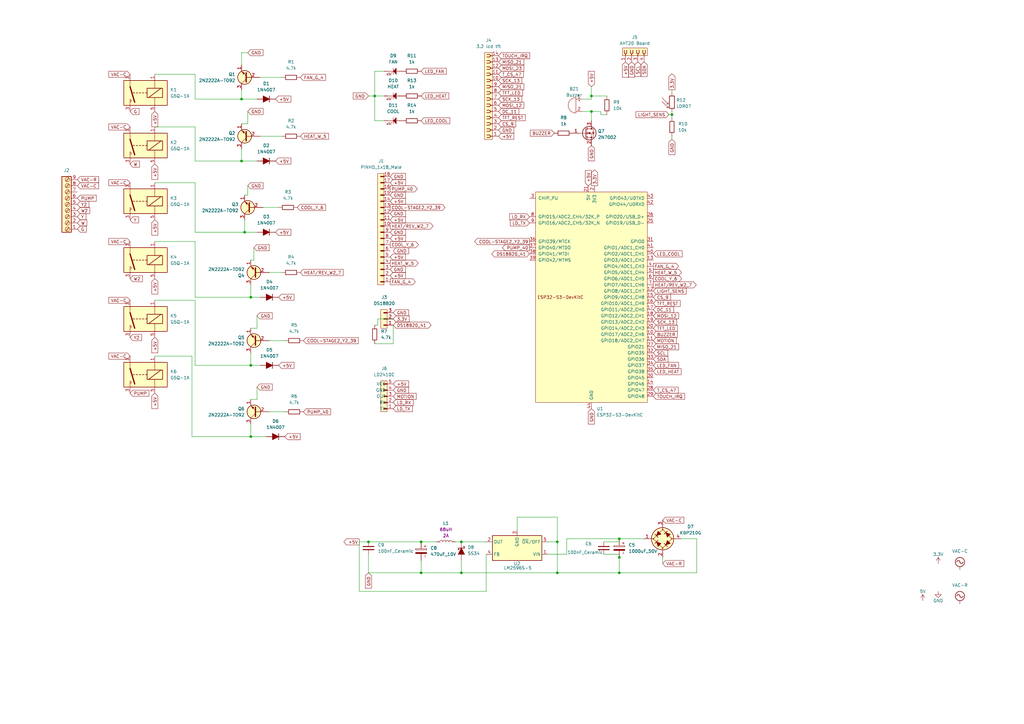
<source format=kicad_sch>
(kicad_sch (version 20250114) (generator "eeschema") (generator_version "9.0")
  (paper "A3")
  (junction (at 242.57 39.37))
  (junction (at 228.6 234.95))
  (junction (at 275.59 46.99))
  (junction (at 189.23 222.25))
  (junction (at 254 220.98))
  (junction (at 99.06 66.04))
  (junction (at 254 234.95))
  (junction (at 189.23 234.95))
  (junction (at 228.6 222.25))
  (junction (at 172.72 222.25))
  (junction (at 153.67 39.37))
  (junction (at 172.72 234.95))
  (junction (at 254 228.6))
  (junction (at 102.87 121.92))
  (junction (at 242.57 45.72))
  (junction (at 102.87 179.07))
  (junction (at 151.13 222.25))
  (junction (at 100.33 95.25))
  (junction (at 102.87 149.86))
  (junction (at 99.06 40.64))
  (wire (pts (xy 80.01 74.93) (xy 80.01 95.25)))
  (wire (pts (xy 232.41 220.98) (xy 232.41 227.33)))
  (wire (pts (xy 107.95 85.09) (xy 114.3 85.09)))
  (wire (pts (xy 78.74 146.05) (xy 78.74 179.07)))
  (wire (pts (xy 247.65 227.33) (xy 254 227.33)))
  (wire (pts (xy 275.59 46.99) (xy 275.59 48.26)))
  (wire (pts (xy 147.32 222.25) (xy 151.13 222.25)))
  (wire (pts (xy 212.09 212.09) (xy 212.09 217.17)))
  (wire (pts (xy 102.87 121.92) (xy 102.87 116.84)))
  (wire (pts (xy 63.5 99.06) (xy 80.01 99.06)))
  (wire (pts (xy 271.78 228.6) (xy 271.78 231.14)))
  (wire (pts (xy 80.01 30.48) (xy 80.01 40.64)))
  (wire (pts (xy 254 234.95) (xy 228.6 234.95)))
  (wire (pts (xy 285.75 220.98) (xy 285.75 234.95)))
  (wire (pts (xy 99.06 21.59) (xy 99.06 26.67)))
  (wire (pts (xy 285.75 234.95) (xy 254 234.95)))
  (wire (pts (xy 102.87 173.99) (xy 102.87 179.07)))
  (wire (pts (xy 189.23 234.95) (xy 189.23 229.87)))
  (wire (pts (xy 151.13 234.95) (xy 151.13 227.33)))
  (wire (pts (xy 172.72 222.25) (xy 179.07 222.25)))
  (wire (pts (xy 242.57 40.64) (xy 238.76 40.64)))
  (wire (pts (xy 275.59 36.83) (xy 275.59 38.1)))
  (wire (pts (xy 105.41 129.54) (xy 105.41 134.62)))
  (wire (pts (xy 157.48 29.21) (xy 153.67 29.21)))
  (wire (pts (xy 242.57 39.37) (xy 242.57 40.64)))
  (wire (pts (xy 63.5 30.48) (xy 80.01 30.48)))
  (wire (pts (xy 63.5 52.07) (xy 80.01 52.07)))
  (wire (pts (xy 238.76 45.72) (xy 242.57 45.72)))
  (wire (pts (xy 106.68 55.88) (xy 115.57 55.88)))
  (wire (pts (xy 157.48 49.53) (xy 153.67 49.53)))
  (wire (pts (xy 63.5 146.05) (xy 78.74 146.05)))
  (wire (pts (xy 242.57 45.72) (xy 246.38 45.72)))
  (wire (pts (xy 172.72 234.95) (xy 172.72 229.87)))
  (wire (pts (xy 232.41 220.98) (xy 254 220.98)))
  (wire (pts (xy 275.59 45.72) (xy 275.59 46.99)))
  (wire (pts (xy 80.01 40.64) (xy 99.06 40.64)))
  (wire (pts (xy 224.79 227.33) (xy 232.41 227.33)))
  (wire (pts (xy 105.41 40.64) (xy 99.06 40.64)))
  (wire (pts (xy 80.01 149.86) (xy 102.87 149.86)))
  (wire (pts (xy 101.6 80.01) (xy 100.33 80.01)))
  (wire (pts (xy 199.39 242.57) (xy 147.32 242.57)))
  (wire (pts (xy 242.57 45.72) (xy 242.57 49.53)))
  (wire (pts (xy 105.41 134.62) (xy 102.87 134.62)))
  (wire (pts (xy 110.49 139.7) (xy 116.84 139.7)))
  (wire (pts (xy 172.72 234.95) (xy 151.13 234.95)))
  (wire (pts (xy 228.6 222.25) (xy 228.6 212.09)))
  (wire (pts (xy 228.6 234.95) (xy 228.6 222.25)))
  (wire (pts (xy 99.06 40.64) (xy 99.06 36.83)))
  (wire (pts (xy 99.06 66.04) (xy 99.06 60.96)))
  (wire (pts (xy 274.32 46.99) (xy 275.59 46.99)))
  (wire (pts (xy 110.49 111.76) (xy 115.57 111.76)))
  (wire (pts (xy 105.41 95.25) (xy 100.33 95.25)))
  (wire (pts (xy 279.4 220.98) (xy 285.75 220.98)))
  (wire (pts (xy 101.6 76.2) (xy 101.6 80.01)))
  (wire (pts (xy 102.87 163.83) (xy 105.41 163.83)))
  (wire (pts (xy 154.94 133.35) (xy 154.94 130.81)))
  (wire (pts (xy 110.49 168.91) (xy 116.84 168.91)))
  (wire (pts (xy 106.68 31.75) (xy 115.57 31.75)))
  (wire (pts (xy 254 220.98) (xy 264.16 220.98)))
  (wire (pts (xy 153.67 39.37) (xy 157.48 39.37)))
  (wire (pts (xy 106.68 149.86) (xy 102.87 149.86)))
  (wire (pts (xy 154.94 130.81) (xy 161.29 130.81)))
  (wire (pts (xy 80.01 66.04) (xy 99.06 66.04)))
  (wire (pts (xy 151.13 222.25) (xy 172.72 222.25)))
  (wire (pts (xy 242.57 39.37) (xy 248.92 39.37)))
  (wire (pts (xy 186.69 222.25) (xy 189.23 222.25)))
  (wire (pts (xy 153.67 140.97) (xy 161.29 140.97)))
  (wire (pts (xy 78.74 179.07) (xy 102.87 179.07)))
  (wire (pts (xy 80.01 121.92) (xy 102.87 121.92)))
  (wire (pts (xy 80.01 95.25) (xy 100.33 95.25)))
  (wire (pts (xy 109.22 179.07) (xy 102.87 179.07)))
  (wire (pts (xy 242.57 35.56) (xy 242.57 39.37)))
  (wire (pts (xy 80.01 123.19) (xy 80.01 149.86)))
  (wire (pts (xy 153.67 49.53) (xy 153.67 39.37)))
  (wire (pts (xy 254 234.95) (xy 254 228.6)))
  (wire (pts (xy 101.6 50.8) (xy 99.06 50.8)))
  (wire (pts (xy 101.6 45.72) (xy 101.6 50.8)))
  (wire (pts (xy 153.67 29.21) (xy 153.67 39.37)))
  (wire (pts (xy 102.87 144.78) (xy 102.87 149.86)))
  (wire (pts (xy 228.6 234.95) (xy 189.23 234.95)))
  (wire (pts (xy 105.41 158.75) (xy 105.41 163.83)))
  (wire (pts (xy 189.23 222.25) (xy 199.39 222.25)))
  (wire (pts (xy 153.67 133.35) (xy 154.94 133.35)))
  (wire (pts (xy 101.6 21.59) (xy 99.06 21.59)))
  (wire (pts (xy 80.01 52.07) (xy 80.01 66.04)))
  (wire (pts (xy 248.92 46.99) (xy 246.38 46.99)))
  (wire (pts (xy 105.41 66.04) (xy 99.06 66.04)))
  (wire (pts (xy 254 227.33) (xy 254 228.6)))
  (wire (pts (xy 80.01 99.06) (xy 80.01 121.92)))
  (wire (pts (xy 254 222.25) (xy 254 220.98)))
  (wire (pts (xy 228.6 212.09) (xy 212.09 212.09)))
  (wire (pts (xy 106.68 121.92) (xy 102.87 121.92)))
  (wire (pts (xy 161.29 140.97) (xy 161.29 133.35)))
  (wire (pts (xy 199.39 227.33) (xy 199.39 242.57)))
  (wire (pts (xy 246.38 46.99) (xy 246.38 45.72)))
  (wire (pts (xy 63.5 123.19) (xy 80.01 123.19)))
  (wire (pts (xy 275.59 55.88) (xy 275.59 57.15)))
  (wire (pts (xy 104.14 101.6) (xy 104.14 106.68)))
  (wire (pts (xy 147.32 242.57) (xy 147.32 222.25)))
  (wire (pts (xy 228.6 222.25) (xy 224.79 222.25)))
  (wire (pts (xy 104.14 106.68) (xy 102.87 106.68)))
  (wire (pts (xy 100.33 95.25) (xy 100.33 90.17)))
  (wire (pts (xy 63.5 74.93) (xy 80.01 74.93)))
  (wire (pts (xy 189.23 234.95) (xy 172.72 234.95)))
  (wire (pts (xy 247.65 222.25) (xy 254 222.25)))
  (wire (pts (xy 151.13 39.37) (xy 153.67 39.37)))
  (global_label "TOUCH_IRQ" (shape input) (at 267.97 162.56 0) (property "Intersheetrefs" "${INTERSHEET_REFS}" (effects (hide yes))))
  (global_label "+5V" (shape input) (at 116.84 179.07 0) (property "Intersheetrefs" "${INTERSHEET_REFS}" (effects (hide yes))))
  (global_label "VAC-C" (shape input) (at 53.34 52.07 180) (property "Intersheetrefs" "${INTERSHEET_REFS}" (effects (hide yes))) (property "Netclass" "Contacts" (effects (hide yes))))
  (global_label "+5V" (shape input) (at 113.03 66.04 0) (property "Intersheetrefs" "${INTERSHEET_REFS}" (effects (hide yes))))
  (global_label "DC_11" (shape input) (at 204.47 45.72 0) (property "Intersheetrefs" "${INTERSHEET_REFS}" (effects (hide yes))))
  (global_label "+5V" (shape output) (at 147.32 222.25 180) (property "Intersheetrefs" "${INTERSHEET_REFS}" (effects (hide yes))))
  (global_label "PUMP_40" (shape output) (at 217.17 101.6 180) (property "Intersheetrefs" "${INTERSHEET_REFS}" (effects (hide yes))))
  (global_label "SCL" (shape input) (at 267.97 144.78 0) (property "Intersheetrefs" "${INTERSHEET_REFS}" (effects (hide yes))))
  (global_label "GND" (shape input) (at 101.6 45.72 0) (property "Intersheetrefs" "${INTERSHEET_REFS}" (effects (hide yes))))
  (global_label "+5V" (shape input) (at 160.02 82.55 0) (property "Intersheetrefs" "${INTERSHEET_REFS}" (effects (hide yes))))
  (global_label "SCK_13" (shape input) (at 204.47 33.02 0) (property "Intersheetrefs" "${INTERSHEET_REFS}" (effects (hide yes))))
  (global_label "+5V" (shape input) (at 160.02 90.17 0) (property "Intersheetrefs" "${INTERSHEET_REFS}" (effects (hide yes))))
  (global_label "HEAT_W_5" (shape input) (at 123.19 55.88 0) (property "Intersheetrefs" "${INTERSHEET_REFS}" (effects (hide yes))))
  (global_label "HEAT_W_5" (shape output) (at 160.02 107.95 0) (property "Intersheetrefs" "${INTERSHEET_REFS}" (effects (hide yes))))
  (global_label "VAC-C" (shape input) (at 53.34 123.19 180) (property "Intersheetrefs" "${INTERSHEET_REFS}" (effects (hide yes))) (property "Netclass" "Contacts" (effects (hide yes))))
  (global_label "LED_HEAT" (shape input) (at 172.72 39.37 0) (property "Intersheetrefs" "${INTERSHEET_REFS}" (effects (hide yes))))
  (global_label "MOTION" (shape input) (at 267.97 139.7 0) (property "Intersheetrefs" "${INTERSHEET_REFS}" (effects (hide yes))))
  (global_label "LD_RX" (shape input) (at 161.29 165.1 0) (property "Intersheetrefs" "${INTERSHEET_REFS}" (effects (hide yes))))
  (global_label "MOSI_23" (shape input) (at 204.47 27.94 0) (property "Intersheetrefs" "${INTERSHEET_REFS}" (effects (hide yes))))
  (global_label "TFT_LED" (shape input) (at 267.97 134.62 0) (property "Intersheetrefs" "${INTERSHEET_REFS}" (effects (hide yes))))
  (global_label "LIGHT_SENS" (shape input) (at 274.32 46.99 180) (property "Intersheetrefs" "${INTERSHEET_REFS}" (effects (hide yes))))
  (global_label "GND" (shape input) (at 105.41 158.75 0) (property "Intersheetrefs" "${INTERSHEET_REFS}" (effects (hide yes))))
  (global_label "SDA" (shape input) (at 264.16 25.4 270) (property "Intersheetrefs" "${INTERSHEET_REFS}" (effects (hide yes))))
  (global_label "PUMP_40" (shape input) (at 124.46 168.91 0) (property "Intersheetrefs" "${INTERSHEET_REFS}" (effects (hide yes))))
  (global_label "GND" (shape input) (at 160.02 95.25 0) (property "Intersheetrefs" "${INTERSHEET_REFS}" (effects (hide yes))))
  (global_label "+5V" (shape input) (at 113.03 95.25 0) (property "Intersheetrefs" "${INTERSHEET_REFS}" (effects (hide yes))))
  (global_label "GND" (shape input) (at 242.57 167.64 270) (property "Intersheetrefs" "${INTERSHEET_REFS}" (effects (hide yes))))
  (global_label "LED_HEAT" (shape input) (at 267.97 152.4 0) (property "Intersheetrefs" "${INTERSHEET_REFS}" (effects (hide yes))))
  (global_label "+5V" (shape input) (at 160.02 97.79 0) (property "Intersheetrefs" "${INTERSHEET_REFS}" (effects (hide yes))))
  (global_label "+5V" (shape input) (at 204.47 55.88 0) (property "Intersheetrefs" "${INTERSHEET_REFS}" (effects (hide yes))))
  (global_label "VAC-C" (shape input) (at 271.78 213.36 0) (property "Intersheetrefs" "${INTERSHEET_REFS}" (effects (hide yes))) (property "Netclass" "Contacts" (effects (hide yes))))
  (global_label "Y" (shape input) (at 31.75 88.9 0) (property "Intersheetrefs" "${INTERSHEET_REFS}" (effects (hide yes))) (property "Netclass" "Contacts" (effects (hide yes))))
  (global_label "+5V" (shape input) (at 63.5 138.43 270) (property "Intersheetrefs" "${INTERSHEET_REFS}" (effects (hide yes))))
  (global_label "FAN_G_4" (shape input) (at 123.19 31.75 0) (property "Intersheetrefs" "${INTERSHEET_REFS}" (effects (hide yes))))
  (global_label "PUMP" (shape input) (at 31.75 81.28 0) (property "Intersheetrefs" "${INTERSHEET_REFS}" (effects (hide yes))) (property "Netclass" "Contacts" (effects (hide yes))))
  (global_label "GND" (shape input) (at 161.29 128.27 0) (property "Intersheetrefs" "${INTERSHEET_REFS}" (effects (hide yes))))
  (global_label "GND" (shape input) (at 101.6 76.2 0) (property "Intersheetrefs" "${INTERSHEET_REFS}" (effects (hide yes))))
  (global_label "G" (shape input) (at 53.34 45.72 0) (property "Intersheetrefs" "${INTERSHEET_REFS}" (effects (hide yes))))
  (global_label "VAC-R" (shape input) (at 31.75 73.66 0) (property "Intersheetrefs" "${INTERSHEET_REFS}" (effects (hide yes))) (property "Netclass" "Contacts" (effects (hide yes))))
  (global_label "VAC-C" (shape input) (at 53.34 30.48 180) (property "Intersheetrefs" "${INTERSHEET_REFS}" (effects (hide yes))) (property "Netclass" "Contacts" (effects (hide yes))))
  (global_label "MISO_21" (shape input) (at 204.47 35.56 0) (property "Intersheetrefs" "${INTERSHEET_REFS}" (effects (hide yes))))
  (global_label "COOL-STAGE2_Y2_39" (shape output) (at 160.02 85.09 0) (property "Intersheetrefs" "${INTERSHEET_REFS}" (effects (hide yes))))
  (global_label "LED_FAN" (shape input) (at 267.97 149.86 0) (property "Intersheetrefs" "${INTERSHEET_REFS}" (effects (hide yes))))
  (global_label "W" (shape input) (at 31.75 91.44 0) (property "Intersheetrefs" "${INTERSHEET_REFS}" (effects (hide yes))) (property "Netclass" "Contacts" (effects (hide yes))))
  (global_label "+5V" (shape input) (at 63.5 114.3 270) (property "Intersheetrefs" "${INTERSHEET_REFS}" (effects (hide yes))))
  (global_label "GND" (shape input) (at 101.6 21.59 0) (property "Intersheetrefs" "${INTERSHEET_REFS}" (effects (hide yes))))
  (global_label "VAC-C" (shape input) (at 53.34 74.93 180) (property "Intersheetrefs" "${INTERSHEET_REFS}" (effects (hide yes))) (property "Netclass" "Contacts" (effects (hide yes))))
  (global_label "GND" (shape input) (at 160.02 87.63 0) (property "Intersheetrefs" "${INTERSHEET_REFS}" (effects (hide yes))))
  (global_label "HEAT_W_5" (shape output) (at 267.97 111.76 0) (property "Intersheetrefs" "${INTERSHEET_REFS}" (effects (hide yes))))
  (global_label "+5V" (shape input) (at 256.54 25.4 270) (property "Intersheetrefs" "${INTERSHEET_REFS}" (effects (hide yes))))
  (global_label "LD_TX" (shape input) (at 161.29 167.64 0) (property "Intersheetrefs" "${INTERSHEET_REFS}" (effects (hide yes))))
  (global_label "W" (shape input) (at 53.34 67.31 0) (property "Intersheetrefs" "${INTERSHEET_REFS}" (effects (hide yes))))
  (global_label "LED_FAN" (shape input) (at 172.72 29.21 0) (property "Intersheetrefs" "${INTERSHEET_REFS}" (effects (hide yes))))
  (global_label "COOL_Y_6" (shape input) (at 121.92 85.09 0) (property "Intersheetrefs" "${INTERSHEET_REFS}" (effects (hide yes))))
  (global_label "BUZZER" (shape input) (at 267.97 137.16 0) (property "Intersheetrefs" "${INTERSHEET_REFS}" (effects (hide yes))))
  (global_label "COOL_Y_6" (shape output) (at 160.02 100.33 0) (property "Intersheetrefs" "${INTERSHEET_REFS}" (effects (hide yes))))
  (global_label "T_CS_47" (shape input) (at 204.47 30.48 0) (property "Intersheetrefs" "${INTERSHEET_REFS}" (effects (hide yes))))
  (global_label "MOSI_12" (shape input) (at 267.97 129.54 0) (property "Intersheetrefs" "${INTERSHEET_REFS}" (effects (hide yes))))
  (global_label "+5V" (shape input) (at 242.57 35.56 90) (property "Intersheetrefs" "${INTERSHEET_REFS}" (effects (hide yes))))
  (global_label "GND" (shape input) (at 160.02 110.49 0) (property "Intersheetrefs" "${INTERSHEET_REFS}" (effects (hide yes))))
  (global_label "3.3V" (shape output) (at 243.84 76.2 90) (property "Intersheetrefs" "${INTERSHEET_REFS}" (effects (hide yes))))
  (global_label "DC_11" (shape input) (at 267.97 127 0) (property "Intersheetrefs" "${INTERSHEET_REFS}" (effects (hide yes))))
  (global_label "HEAT{slash}REV_W2_7" (shape input) (at 123.19 111.76 0) (property "Intersheetrefs" "${INTERSHEET_REFS}" (effects (hide yes))))
  (global_label "MISO_21" (shape input) (at 204.47 25.4 0) (property "Intersheetrefs" "${INTERSHEET_REFS}" (effects (hide yes))))
  (global_label "FAN_G_4" (shape output) (at 267.97 109.22 0) (property "Intersheetrefs" "${INTERSHEET_REFS}" (effects (hide yes))))
  (global_label "W2" (shape input) (at 31.75 86.36 0) (property "Intersheetrefs" "${INTERSHEET_REFS}" (effects (hide yes))) (property "Netclass" "Contacts" (effects (hide yes))))
  (global_label "VAC-R" (shape input) (at 271.78 231.14 0) (property "Intersheetrefs" "${INTERSHEET_REFS}" (effects (hide yes))) (property "Netclass" "Contacts" (effects (hide yes))))
  (global_label "G" (shape input) (at 31.75 93.98 0) (property "Intersheetrefs" "${INTERSHEET_REFS}" (effects (hide yes))) (property "Netclass" "Contacts" (effects (hide yes))))
  (global_label "GND" (shape input) (at 275.59 57.15 270) (property "Intersheetrefs" "${INTERSHEET_REFS}" (effects (hide yes))))
  (global_label "PUMP_40" (shape output) (at 160.02 77.47 0) (property "Intersheetrefs" "${INTERSHEET_REFS}" (effects (hide yes))))
  (global_label "MOTION" (shape input) (at 161.29 162.56 0) (property "Intersheetrefs" "${INTERSHEET_REFS}" (effects (hide yes))))
  (global_label "3.3V" (shape input) (at 161.29 130.81 0) (property "Intersheetrefs" "${INTERSHEET_REFS}" (effects (hide yes))))
  (global_label "GND" (shape input) (at 204.47 53.34 0) (property "Intersheetrefs" "${INTERSHEET_REFS}" (effects (hide yes))))
  (global_label "+5V" (shape input) (at 114.3 121.92 0) (property "Intersheetrefs" "${INTERSHEET_REFS}" (effects (hide yes))))
  (global_label "TFT_REST" (shape input) (at 267.97 124.46 0) (property "Intersheetrefs" "${INTERSHEET_REFS}" (effects (hide yes))))
  (global_label "COOL-STAGE2_Y2_39" (shape input) (at 124.46 139.7 0) (property "Intersheetrefs" "${INTERSHEET_REFS}" (effects (hide yes))))
  (global_label "SCL" (shape input) (at 261.62 25.4 270) (property "Intersheetrefs" "${INTERSHEET_REFS}" (effects (hide yes))))
  (global_label "SCK_13" (shape input) (at 204.47 40.64 0) (property "Intersheetrefs" "${INTERSHEET_REFS}" (effects (hide yes))))
  (global_label "GND" (shape input) (at 259.08 25.4 270) (property "Intersheetrefs" "${INTERSHEET_REFS}" (effects (hide yes))))
  (global_label "PUMP" (shape input) (at 53.34 161.29 0) (property "Intersheetrefs" "${INTERSHEET_REFS}" (effects (hide yes))))
  (global_label "GND" (shape input) (at 161.29 160.02 0) (property "Intersheetrefs" "${INTERSHEET_REFS}" (effects (hide yes))))
  (global_label "LED_COOL" (shape input) (at 267.97 104.14 0) (property "Intersheetrefs" "${INTERSHEET_REFS}" (effects (hide yes))))
  (global_label "GND" (shape input) (at 151.13 39.37 180) (property "Intersheetrefs" "${INTERSHEET_REFS}" (effects (hide yes))))
  (global_label "+5V" (shape input) (at 160.02 113.03 0) (property "Intersheetrefs" "${INTERSHEET_REFS}" (effects (hide yes))))
  (global_label "TFT_REST" (shape input) (at 204.47 48.26 0) (property "Intersheetrefs" "${INTERSHEET_REFS}" (effects (hide yes))))
  (global_label "VAC-C" (shape input) (at 53.34 146.05 180) (property "Intersheetrefs" "${INTERSHEET_REFS}" (effects (hide yes))) (property "Netclass" "Contacts" (effects (hide yes))))
  (global_label "VAC-C" (shape input) (at 53.34 99.06 180) (property "Intersheetrefs" "${INTERSHEET_REFS}" (effects (hide yes))) (property "Netclass" "Contacts" (effects (hide yes))))
  (global_label "BUZZER" (shape input) (at 227.33 54.61 180) (property "Intersheetrefs" "${INTERSHEET_REFS}" (effects (hide yes))))
  (global_label "Y" (shape input) (at 53.34 90.17 0) (property "Intersheetrefs" "${INTERSHEET_REFS}" (effects (hide yes))))
  (global_label "CS_9" (shape input) (at 204.47 50.8 0) (property "Intersheetrefs" "${INTERSHEET_REFS}" (effects (hide yes))))
  (global_label "+5V" (shape input) (at 114.3 149.86 0) (property "Intersheetrefs" "${INTERSHEET_REFS}" (effects (hide yes))))
  (global_label "Y2" (shape input) (at 31.75 83.82 0) (property "Intersheetrefs" "${INTERSHEET_REFS}" (effects (hide yes))) (property "Netclass" "Contacts" (effects (hide yes))))
  (global_label "+5V" (shape input) (at 160.02 74.93 0) (property "Intersheetrefs" "${INTERSHEET_REFS}" (effects (hide yes))))
  (global_label "HEAT{slash}REV_W2_7" (shape output) (at 160.02 92.71 0) (property "Intersheetrefs" "${INTERSHEET_REFS}" (effects (hide yes))))
  (global_label "T_CS_47" (shape input) (at 267.97 160.02 0) (property "Intersheetrefs" "${INTERSHEET_REFS}" (effects (hide yes))))
  (global_label "DS18B20_41" (shape bidirectional) (at 217.17 104.14 180) (property "Intersheetrefs" "${INTERSHEET_REFS}" (effects (hide yes))))
  (global_label "+5V" (shape input) (at 113.03 40.64 0) (property "Intersheetrefs" "${INTERSHEET_REFS}" (effects (hide yes))))
  (global_label "Y2" (shape input) (at 53.34 138.43 0) (property "Intersheetrefs" "${INTERSHEET_REFS}" (effects (hide yes))))
  (global_label "+5V" (shape input) (at 160.02 105.41 0) (property "Intersheetrefs" "${INTERSHEET_REFS}" (effects (hide yes))))
  (global_label "SDA" (shape input) (at 267.97 147.32 0) (property "Intersheetrefs" "${INTERSHEET_REFS}" (effects (hide yes))))
  (global_label "GND" (shape input) (at 242.57 59.69 270) (property "Intersheetrefs" "${INTERSHEET_REFS}" (effects (hide yes))))
  (global_label "GND" (shape input) (at 160.02 72.39 0) (property "Intersheetrefs" "${INTERSHEET_REFS}" (effects (hide yes))))
  (global_label "+5V" (shape input) (at 241.3 76.2 90) (property "Intersheetrefs" "${INTERSHEET_REFS}" (effects (hide yes))))
  (global_label "+5V" (shape input) (at 161.29 157.48 0) (property "Intersheetrefs" "${INTERSHEET_REFS}" (effects (hide yes))))
  (global_label "FAN_G_4" (shape output) (at 160.02 115.57 0) (property "Intersheetrefs" "${INTERSHEET_REFS}" (effects (hide yes))))
  (global_label "LD_RX" (shape input) (at 217.17 88.9 180) (property "Intersheetrefs" "${INTERSHEET_REFS}" (effects (hide yes))))
  (global_label "HEAT{slash}REV_W2_7" (shape output) (at 267.97 116.84 0) (property "Intersheetrefs" "${INTERSHEET_REFS}" (effects (hide yes))))
  (global_label "LIGHT_SENS" (shape input) (at 267.97 119.38 0) (property "Intersheetrefs" "${INTERSHEET_REFS}" (effects (hide yes))))
  (global_label "GND" (shape input) (at 151.13 234.95 270) (property "Intersheetrefs" "${INTERSHEET_REFS}" (effects (hide yes))))
  (global_label "COOL-STAGE2_Y2_39" (shape output) (at 217.17 99.06 180) (property "Intersheetrefs" "${INTERSHEET_REFS}" (effects (hide yes))))
  (global_label "+5V" (shape input) (at 63.5 161.29 270) (property "Intersheetrefs" "${INTERSHEET_REFS}" (effects (hide yes))))
  (global_label "COOL_Y_6" (shape output) (at 267.97 114.3 0) (property "Intersheetrefs" "${INTERSHEET_REFS}" (effects (hide yes))))
  (global_label "+5V" (shape input) (at 63.5 45.72 270) (property "Intersheetrefs" "${INTERSHEET_REFS}" (effects (hide yes))))
  (global_label "SCK_13" (shape input) (at 267.97 132.08 0) (property "Intersheetrefs" "${INTERSHEET_REFS}" (effects (hide yes))))
  (global_label "MOSI_12" (shape input) (at 204.47 43.18 0) (property "Intersheetrefs" "${INTERSHEET_REFS}" (effects (hide yes))))
  (global_label "TOUCH_IRQ" (shape input) (at 204.47 22.86 0) (property "Intersheetrefs" "${INTERSHEET_REFS}" (effects (hide yes))))
  (global_label "3.3V" (shape output) (at 275.59 36.83 90) (property "Intersheetrefs" "${INTERSHEET_REFS}" (effects (hide yes))))
  (global_label "GND" (shape input) (at 104.14 101.6 0) (property "Intersheetrefs" "${INTERSHEET_REFS}" (effects (hide yes))))
  (global_label "LED_COOL" (shape input) (at 172.72 49.53 0) (property "Intersheetrefs" "${INTERSHEET_REFS}" (effects (hide yes))))
  (global_label "VAC-C" (shape input) (at 31.75 76.2 0) (property "Intersheetrefs" "${INTERSHEET_REFS}" (effects (hide yes))) (property "Netclass" "Contacts" (effects (hide yes))))
  (global_label "LD_TX" (shape input) (at 217.17 91.44 180) (property "Intersheetrefs" "${INTERSHEET_REFS}" (effects (hide yes))))
  (global_label "GND" (shape input) (at 160.02 80.01 0) (property "Intersheetrefs" "${INTERSHEET_REFS}" (effects (hide yes))))
  (global_label "MISO_21" (shape input) (at 267.97 142.24 0) (property "Intersheetrefs" "${INTERSHEET_REFS}" (effects (hide yes))))
  (global_label "CS_9" (shape input) (at 267.97 121.92 0) (property "Intersheetrefs" "${INTERSHEET_REFS}" (effects (hide yes))))
  (global_label "+5V" (shape input) (at 63.5 90.17 270) (property "Intersheetrefs" "${INTERSHEET_REFS}" (effects (hide yes))))
  (global_label "GND" (shape input) (at 161.29 102.87 0) (property "Intersheetrefs" "${INTERSHEET_REFS}" (effects (hide yes))))
  (global_label "DS18B20_41" (shape bidirectional) (at 161.29 133.35 0) (property "Intersheetrefs" "${INTERSHEET_REFS}" (effects (hide yes))))
  (global_label "W2" (shape input) (at 53.34 114.3 0) (property "Intersheetrefs" "${INTERSHEET_REFS}" (effects (hide yes))))
  (global_label "GND" (shape input) (at 105.41 129.54 0) (property "Intersheetrefs" "${INTERSHEET_REFS}" (effects (hide yes))))
  (global_label "TFT_LED" (shape input) (at 204.47 38.1 0) (property "Intersheetrefs" "${INTERSHEET_REFS}" (effects (hide yes))))
  (global_label "+5V" (shape input) (at 63.5 67.31 270) (property "Intersheetrefs" "${INTERSHEET_REFS}" (effects (hide yes))))
  (symbol (lib_id "PCM_SL_Resistors:1k") (at 168.91 29.21 0) (unit 1)
    (property "Reference" "R11" (at 168.91 22.86 0))
    (property "Value" "1k" (at 168.91 25.4 0))
    (property "Footprint" "Resistor_THT:R_Axial_DIN0207_L6.3mm_D2.5mm_P10.16mm_Horizontal" (effects (hide yes)))
    (property "Description" "1kΩ, 1/4W Resistor" (effects (hide yes)))
  )
  (symbol (lib_id "PCM_SL_Capacitors:100nF_Ceramic") (at 247.65 224.79 90) (unit 1)
    (property "Reference" "C6" (at 240.03 223.012 90) (effects (justify right)))
    (property "Value" "100nF_Ceramic" (at 232.664 226.568 90) (effects (justify right)))
    (property "Footprint" "Capacitor_THT:C_Disc_D5.0mm_W2.5mm_P2.50mm" (effects (hide yes)))
    (property "Description" "100nF Ceramic Capacitor" (effects (hide yes)))
  )
  (symbol (lib_id "PCM_SL_Devices:LED_3mm") (at 161.29 29.21 180) (unit 1)
    (property "Reference" "D9" (at 161.29 22.86 0))
    (property "Value" "FAN" (at 161.29 25.4 0))
    (property "Footprint" "LED_THT:LED_D3.0mm" (effects (hide yes)))
    (property "Description" "3mm diameter small LED" (effects (hide yes)))
  )
  (symbol (lib_id "Relay:G5Q-1A") (at 58.42 38.1 180) (unit 1)
    (property "Reference" "K1" (at 69.85 36.8299 0) (effects (justify right)))
    (property "Value" "G5Q-1A" (at 69.85 39.3699 0) (effects (justify right)))
    (property "Footprint" "Relay_THT:Relay_SPST_Omron-G5Q-1A" (effects (hide yes)))
    (property "Datasheet" "https://www.omron.com/ecb/products/pdf/en-g5q.pdf" (effects (hide yes)))
    (property "Description" "Omron G5Q relay, Miniature Single Pole, SPST-NO, 10A" (effects (hide yes)))
  )
  (symbol (lib_id "PCM_Transistor_BJT_AKL:2N2222A-TO92") (at 101.6 55.88 180) (unit 1)
    (property "Reference" "Q2" (at 96.52 54.6099 0) (effects (justify left)))
    (property "Value" "2N2222A-TO92" (at 96.52 57.1499 0) (effects (justify left)))
    (property "Footprint" "PCM_Package_TO_SOT_THT_AKL:TO-92_Inline_Wide_EBC" (effects (hide yes)))
    (property "Datasheet" "https://www.tme.eu/Document/f56ae9fa05736feb390d26bab71fb0d5/2n2222a.pdf" (effects (hide yes)))
    (property "Description" "NPN TO-92 transistor, 40V, 0.6A, 625mW, Alternate KiCAD Library" (effects (hide yes)))
  )
  (symbol (lib_id "PCM_SL_Resistors:4.7k") (at 153.67 137.16 90) (unit 1)
    (property "Reference" "R7" (at 156.21 135.8899 90) (effects (justify right)))
    (property "Value" "4.7k" (at 156.21 138.4299 90) (effects (justify right)))
    (property "Footprint" "Resistor_THT:R_Axial_DIN0207_L6.3mm_D2.5mm_P10.16mm_Horizontal" (effects (hide yes)))
    (property "Description" "4.7kΩ, 1/4W Resistor" (effects (hide yes)))
  )
  (symbol (lib_id "Relay:G5Q-1A") (at 58.42 82.55 180) (unit 1)
    (property "Reference" "K3" (at 69.85 81.2799 0) (effects (justify right)))
    (property "Value" "G5Q-1A" (at 69.85 83.8199 0) (effects (justify right)))
    (property "Footprint" "Relay_THT:Relay_SPST_Omron-G5Q-1A" (effects (hide yes)))
    (property "Datasheet" "https://www.omron.com/ecb/products/pdf/en-g5q.pdf" (effects (hide yes)))
    (property "Description" "Omron G5Q relay, Miniature Single Pole, SPST-NO, 10A" (effects (hide yes)))
  )
  (symbol (lib_id "PCM_Diode_AKL:1N4007") (at 109.22 66.04 0) (unit 1)
    (property "Reference" "D2" (at 109.22 59.69 0))
    (property "Value" "1N4007" (at 109.22 62.23 0))
    (property "Footprint" "PCM_Diode_THT_AKL:D_DO-41_SOD81_P7.62mm_Horizontal" (effects (hide yes)))
    (property "Datasheet" "https://www.tme.eu/Document/5f8ffc5ac30fc86bac97d66040bf5502/1n400x.pdf" (effects (hide yes)))
    (property "Description" "DO-41 Diode, Rectifier, 1000V, 1A, Alternate KiCad Library" (effects (hide yes)))
  )
  (symbol (lib_id "Transistor_FET:2N7002") (at 240.03 54.61 0) (unit 1)
    (property "Reference" "Q7" (at 245.237 53.7753 0) (effects (justify left)))
    (property "Value" "2N7002" (at 245.237 56.3122 0) (effects (justify left)))
    (property "Footprint" "Package_TO_SOT_SMD:SOT-23" (effects (hide yes)))
    (property "Datasheet" "https://www.onsemi.com/pub/Collateral/NDS7002A-D.PDF" (effects (hide yes)))
    (property "LCSC" "C8545" (effects (hide yes)))
  )
  (symbol (lib_id "PCM_SL_Pin_Headers:PINHD_1x5_Male") (at 157.48 162.56 180) (unit 1)
    (property "Reference" "J6" (at 157.605 151.13 0))
    (property "Value" "LD2410C" (at 157.605 153.67 0))
    (property "Footprint" "Connector_PinHeader_2.54mm:PinHeader_1x05_P2.54mm_Vertical" (effects (hide yes)))
    (property "Description" "Pin Header male with pin space 2.54mm. Pin Count -5" (effects (hide yes)))
  )
  (symbol (lib_id "PCM_SL_Pin_Headers:PINHD_1x14_Female") (at 200.66 39.37 180) (unit 1)
    (property "Reference" "J4" (at 200.405 16.51 0))
    (property "Value" "3.2 lcd tft" (at 200.405 19.05 0))
    (property "Footprint" "Connector_PinSocket_2.54mm:PinSocket_1x14_P2.54mm_Vertical" (effects (hide yes)))
    (property "Description" "Pin Header female with pin space 2.54mm. Pin Count - 14" (effects (hide yes)))
  )
  (symbol (lib_id "PCM_Transistor_BJT_AKL:2N2222A-TO92") (at 101.6 31.75 180) (unit 1)
    (property "Reference" "Q1" (at 96.52 30.4799 0) (effects (justify left)))
    (property "Value" "2N2222A-TO92" (at 96.52 33.0199 0) (effects (justify left)))
    (property "Footprint" "PCM_Package_TO_SOT_THT_AKL:TO-92_Inline_Wide_EBC" (effects (hide yes)))
    (property "Datasheet" "https://www.tme.eu/Document/f56ae9fa05736feb390d26bab71fb0d5/2n2222a.pdf" (effects (hide yes)))
    (property "Description" "NPN TO-92 transistor, 40V, 0.6A, 625mW, Alternate KiCAD Library" (effects (hide yes)))
  )
  (symbol (lib_id "PCM_SL_Resistors:4.7k") (at 119.38 31.75 0) (unit 1)
    (property "Reference" "R1" (at 119.38 25.4 0))
    (property "Value" "4.7k" (at 119.38 27.94 0))
    (property "Footprint" "Resistor_THT:R_Axial_DIN0207_L6.3mm_D2.5mm_P10.16mm_Horizontal" (effects (hide yes)))
    (property "Description" "4.7kΩ, 1/4W Resistor" (effects (hide yes)))
  )
  (symbol (lib_id "PCM_Diode_AKL:1N4007") (at 110.49 121.92 0) (unit 1)
    (property "Reference" "D4" (at 110.49 115.57 0))
    (property "Value" "1N4007" (at 110.49 118.11 0))
    (property "Footprint" "PCM_Diode_THT_AKL:D_DO-41_SOD81_P7.62mm_Horizontal" (effects (hide yes)))
    (property "Datasheet" "https://www.tme.eu/Document/5f8ffc5ac30fc86bac97d66040bf5502/1n400x.pdf" (effects (hide yes)))
    (property "Description" "DO-41 Diode, Rectifier, 1000V, 1A, Alternate KiCad Library" (effects (hide yes)))
  )
  (symbol (lib_id "PCM_SparkFun-PowerSymbol:GND") (at 384.81 242.57 0) (unit 1)
    (property "Reference" "#PWR02" (effects (hide yes)))
    (property "Value" "GND" (at 384.81 246.38 0))
    (property "Description" "Power symbol creates a global label with name \"GND\" , ground" (effects (hide yes)))
  )
  (symbol (lib_id "PCM_SL_Pin_Headers:PINHD_1x18_Male") (at 156.21 93.98 180) (unit 1)
    (property "Reference" "J1" (at 156.335 66.04 0))
    (property "Value" "PINHD_1x18_Male" (at 156.335 68.58 0))
    (property "Footprint" "Connector_PinHeader_2.54mm:PinHeader_1x18_P2.54mm_Vertical" (effects (hide yes)))
    (property "Description" "Pin Header male with pin space 2.54mm. Pin Count -18" (effects (hide yes)))
  )
  (symbol (lib_id "Relay:G5Q-1A") (at 58.42 106.68 180) (unit 1)
    (property "Reference" "K4" (at 69.85 105.4099 0) (effects (justify right)))
    (property "Value" "G5Q-1A" (at 69.85 107.9499 0) (effects (justify right)))
    (property "Footprint" "Relay_THT:Relay_SPST_Omron-G5Q-1A" (effects (hide yes)))
    (property "Datasheet" "https://www.omron.com/ecb/products/pdf/en-g5q.pdf" (effects (hide yes)))
    (property "Description" "Omron G5Q relay, Miniature Single Pole, SPST-NO, 10A" (effects (hide yes)))
  )
  (symbol (lib_id "PCM_SL_Devices:LED_3mm") (at 161.29 49.53 180) (unit 1)
    (property "Reference" "D11" (at 161.29 43.18 0))
    (property "Value" "COOL" (at 161.29 45.72 0))
    (property "Footprint" "LED_THT:LED_D3.0mm" (effects (hide yes)))
    (property "Description" "3mm diameter small LED" (effects (hide yes)))
  )
  (symbol (lib_id "PCM_SL_Capacitors:1000uF_50V") (at 254 224.79 270) (unit 1)
    (property "Reference" "C5" (at 257.81 223.5199 90) (effects (justify left)))
    (property "Value" "1000uF_50V" (at 257.81 226.0599 90) (effects (justify left)))
    (property "Footprint" "Capacitor_THT:CP_Radial_D16.0mm_P7.50mm" (effects (hide yes)))
    (property "Description" "1000uF, 50V Electrolytic Capacitor" (effects (hide yes)))
  )
  (symbol (lib_id "PCM_SL_Resistors:1k") (at 168.91 39.37 0) (unit 1)
    (property "Reference" "R13" (at 168.91 33.02 0))
    (property "Value" "1k" (at 168.91 35.56 0))
    (property "Footprint" "Resistor_THT:R_Axial_DIN0207_L6.3mm_D2.5mm_P10.16mm_Horizontal" (effects (hide yes)))
    (property "Description" "1kΩ, 1/4W Resistor" (effects (hide yes)))
  )
  (symbol (lib_id "Relay:G5Q-1A") (at 58.42 130.81 180) (unit 1)
    (property "Reference" "K5" (at 69.85 129.5399 0) (effects (justify right)))
    (property "Value" "G5Q-1A" (at 69.85 132.0799 0) (effects (justify right)))
    (property "Footprint" "Relay_THT:Relay_SPST_Omron-G5Q-1A" (effects (hide yes)))
    (property "Datasheet" "https://www.omron.com/ecb/products/pdf/en-g5q.pdf" (effects (hide yes)))
    (property "Description" "Omron G5Q relay, Miniature Single Pole, SPST-NO, 10A" (effects (hide yes)))
  )
  (symbol (lib_id "PCM_SL_Resistors:10k") (at 275.59 52.07 90) (unit 1)
    (property "Reference" "R10" (at 278.13 50.7999 90) (effects (justify right)))
    (property "Value" "10k" (at 278.13 53.3399 90) (effects (justify right)))
    (property "Footprint" "Resistor_THT:R_Axial_DIN0207_L6.3mm_D2.5mm_P10.16mm_Horizontal" (effects (hide yes)))
    (property "Description" "10kΩ, 1/4W Resistor" (effects (hide yes)))
  )
  (symbol (lib_id "PCM_Transistor_BJT_AKL:2N2222A-TO92") (at 105.41 168.91 180) (unit 1)
    (property "Reference" "Q6" (at 100.33 167.6399 0) (effects (justify left)))
    (property "Value" "2N2222A-TO92" (at 100.33 170.1799 0) (effects (justify left)))
    (property "Footprint" "PCM_Package_TO_SOT_THT_AKL:TO-92_Inline_Wide_EBC" (effects (hide yes)))
    (property "Datasheet" "https://www.tme.eu/Document/f56ae9fa05736feb390d26bab71fb0d5/2n2222a.pdf" (effects (hide yes)))
    (property "Description" "NPN TO-92 transistor, 40V, 0.6A, 625mW, Alternate KiCAD Library" (effects (hide yes)))
  )
  (symbol (lib_id "power:VAC") (at 393.7 233.68 0) (unit 1)
    (property "Reference" "#PWR04" (effects (hide yes)))
    (property "Value" "VAC-C" (at 393.7 226.06 0))
    (property "Description" "Power symbol creates a global label with name \"VAC\"" (effects (hide yes)))
  )
  (symbol (lib_id "PCM_SL_Resistors:4.7k") (at 118.11 85.09 0) (unit 1)
    (property "Reference" "R3" (at 118.11 78.74 0))
    (property "Value" "4.7k" (at 118.11 81.28 0))
    (property "Footprint" "Resistor_THT:R_Axial_DIN0207_L6.3mm_D2.5mm_P10.16mm_Horizontal" (effects (hide yes)))
    (property "Description" "4.7kΩ, 1/4W Resistor" (effects (hide yes)))
  )
  (symbol (lib_id "Sensor_Optical:LDR07") (at 275.59 41.91 0) (unit 1) (in_bom no)
    (property "Reference" "R12" (at 277.368 41.0753 0) (effects (justify left)))
    (property "Value" "LDR07" (at 277.368 43.6122 0) (effects (justify left)))
    (property "Footprint" "OptoDevice:R_LDR_5.1x4.3mm_P3.4mm_Vertical" (effects (hide yes)))
    (property "Datasheet" "http://www.tme.eu/de/Document/f2e3ad76a925811312d226c31da4cd7e/LDR07.pdf" (effects (hide yes)))
  )
  (symbol (lib_id "Relay:G5Q-1A") (at 58.42 59.69 180) (unit 1)
    (property "Reference" "K2" (at 69.85 58.4199 0) (effects (justify right)))
    (property "Value" "G5Q-1A" (at 69.85 60.9599 0) (effects (justify right)))
    (property "Footprint" "Relay_THT:Relay_SPST_Omron-G5Q-1A" (effects (hide yes)))
    (property "Datasheet" "https://www.omron.com/ecb/products/pdf/en-g5q.pdf" (effects (hide yes)))
    (property "Description" "Omron G5Q relay, Miniature Single Pole, SPST-NO, 10A" (effects (hide yes)))
  )
  (symbol (lib_id "PCM_SL_Pin_Headers:PINHD_1x4_Female") (at 260.35 21.59 90) (unit 1)
    (property "Reference" "J5" (at 260.35 15.24 90))
    (property "Value" "AHT20 Board" (at 260.35 17.78 90))
    (property "Footprint" "Connector_PinSocket_2.54mm:PinSocket_1x04_P2.54mm_Vertical" (effects (hide yes)))
    (property "Description" "Pin Header female with pin space 2.54mm. Pin Count -4" (effects (hide yes)))
  )
  (symbol (lib_id "PCM_SL_Resistors:1k") (at 168.91 49.53 0) (unit 1)
    (property "Reference" "R14" (at 168.91 43.18 0))
    (property "Value" "1k" (at 168.91 45.72 0))
    (property "Footprint" "Resistor_THT:R_Axial_DIN0207_L6.3mm_D2.5mm_P10.16mm_Horizontal" (effects (hide yes)))
    (property "Description" "1kΩ, 1/4W Resistor" (effects (hide yes)))
  )
  (symbol (lib_id "PCM_SL_Resistors:Resistor") (at 120.65 168.91 0) (unit 1)
    (property "Reference" "R6" (at 120.65 162.56 0))
    (property "Value" "4.7k" (at 120.65 165.1 0))
    (property "Footprint" "Resistor_THT:R_Axial_DIN0207_L6.3mm_D2.5mm_P10.16mm_Horizontal" (effects (hide yes)))
    (property "Description" "1/4W Resistor" (effects (hide yes)))
  )
  (symbol (lib_id "PCM_SL_Resistors:4.7k") (at 120.65 139.7 0) (unit 1)
    (property "Reference" "R5" (at 120.65 133.35 0))
    (property "Value" "4.7k" (at 120.65 135.89 0))
    (property "Footprint" "Resistor_THT:R_Axial_DIN0207_L6.3mm_D2.5mm_P10.16mm_Horizontal" (effects (hide yes)))
    (property "Description" "4.7kΩ, 1/4W Resistor" (effects (hide yes)))
  )
  (symbol (lib_id "PCM_SL_Resistors:10k") (at 248.92 43.18 90) (unit 1)
    (property "Reference" "R9" (at 251.46 41.9099 90) (effects (justify right)))
    (property "Value" "10k" (at 251.46 44.4499 90) (effects (justify right)))
    (property "Footprint" "Resistor_THT:R_Axial_DIN0207_L6.3mm_D2.5mm_P10.16mm_Horizontal" (effects (hide yes)))
    (property "Description" "10kΩ, 1/4W Resistor" (effects (hide yes)))
  )
  (symbol (lib_id "PCM_Transistor_BJT_AKL:2N2222A-TO92") (at 105.41 111.76 180) (unit 1)
    (property "Reference" "Q4" (at 100.33 113.0301 0) (effects (justify left)))
    (property "Value" "2N2222A-TO92" (at 100.33 110.4901 0) (effects (justify left)))
    (property "Footprint" "PCM_Package_TO_SOT_THT_AKL:TO-92_Inline_Wide_EBC" (effects (hide yes)))
    (property "Datasheet" "https://www.tme.eu/Document/f56ae9fa05736feb390d26bab71fb0d5/2n2222a.pdf" (effects (hide yes)))
    (property "Description" "NPN TO-92 transistor, 40V, 0.6A, 625mW, Alternate KiCAD Library" (effects (hide yes)))
  )
  (symbol (lib_id "PCM_SL_Resistors:1k") (at 231.14 54.61 0) (unit 1)
    (property "Reference" "R8" (at 231.14 48.26 0))
    (property "Value" "1k" (at 231.14 50.8 0))
    (property "Footprint" "Resistor_THT:R_Axial_DIN0207_L6.3mm_D2.5mm_P10.16mm_Horizontal" (effects (hide yes)))
    (property "Description" "1kΩ, 1/4W Resistor" (effects (hide yes)))
  )
  (symbol (lib_id "PCM_SL_Pin_Headers:PINHD_1x3_Male") (at 157.48 130.81 180) (unit 1)
    (property "Reference" "J3" (at 157.605 121.92 0))
    (property "Value" "DS18B20" (at 157.605 124.46 0))
    (property "Footprint" "Connector_PinHeader_2.54mm:PinHeader_1x03_P2.54mm_Vertical" (effects (hide yes)))
    (property "Description" "Pin Header male with pin space 2.54mm. Pin Count -3" (effects (hide yes)))
  )
  (symbol (lib_id "PCM_SparkFun-PowerSymbol:5V") (at 378.46 246.38 0) (unit 1)
    (property "Reference" "#PWR01" (effects (hide yes)))
    (property "Value" "5V" (at 378.46 242.57 0))
    (property "Description" "Power symbol creates a global label with name \"5V\"" (effects (hide yes)))
  )
  (symbol (lib_id "PCM_SL_Resistors:4.7k") (at 119.38 111.76 0) (unit 1)
    (property "Reference" "R4" (at 119.38 105.41 0))
    (property "Value" "4.7k" (at 119.38 107.95 0))
    (property "Footprint" "Resistor_THT:R_Axial_DIN0207_L6.3mm_D2.5mm_P10.16mm_Horizontal" (effects (hide yes)))
    (property "Description" "4.7kΩ, 1/4W Resistor" (effects (hide yes)))
  )
  (symbol (lib_id "PCM_SL_Resistors:4.7k") (at 119.38 55.88 0) (unit 1)
    (property "Reference" "R2" (at 119.38 49.53 0))
    (property "Value" "4.7k" (at 119.38 52.07 0))
    (property "Footprint" "Resistor_THT:R_Axial_DIN0207_L6.3mm_D2.5mm_P10.16mm_Horizontal" (effects (hide yes)))
    (property "Description" "4.7kΩ, 1/4W Resistor" (effects (hide yes)))
  )
  (symbol (lib_id "PCM_SL_Devices:LED_3mm") (at 161.29 39.37 180) (unit 1)
    (property "Reference" "D10" (at 161.29 33.02 0))
    (property "Value" "HEAT" (at 161.29 35.56 0))
    (property "Footprint" "LED_THT:LED_D3.0mm" (effects (hide yes)))
    (property "Description" "3mm diameter small LED" (effects (hide yes)))
  )
  (symbol (lib_id "PCM_SL_Screw_Terminal:Screw_Terminal_9_P3.50mm") (at 27.94 83.82 180) (unit 1)
    (property "Reference" "J2" (at 27.305 69.85 0))
    (property "Value" "Screw_Terminal_9_P3.50mm" (effects (hide yes)))
    (property "Footprint" "TerminalBlock_Phoenix:TerminalBlock_Phoenix_PT-1,5-9-3.5-H_1x09_P3.50mm_Horizontal" (effects (hide yes)))
  )
  (symbol (lib_id "Relay:G5Q-1A") (at 58.42 153.67 180) (unit 1)
    (property "Reference" "K6" (at 69.85 152.3999 0) (effects (justify right)))
    (property "Value" "G5Q-1A" (at 69.85 154.9399 0) (effects (justify right)))
    (property "Footprint" "Relay_THT:Relay_SPST_Omron-G5Q-1A" (effects (hide yes)))
    (property "Datasheet" "https://www.omron.com/ecb/products/pdf/en-g5q.pdf" (effects (hide yes)))
    (property "Description" "Omron G5Q relay, Miniature Single Pole, SPST-NO, 10A" (effects (hide yes)))
  )
  (symbol (lib_id "PCM_Transistor_BJT_AKL:2N2222A-TO92") (at 105.41 139.7 180) (unit 1)
    (property "Reference" "Q5" (at 100.33 138.4299 0) (effects (justify left)))
    (property "Value" "2N2222A-TO92" (at 100.33 140.9699 0) (effects (justify left)))
    (property "Footprint" "PCM_Package_TO_SOT_THT_AKL:TO-92_Inline_Wide_EBC" (effects (hide yes)))
    (property "Datasheet" "https://www.tme.eu/Document/f56ae9fa05736feb390d26bab71fb0d5/2n2222a.pdf" (effects (hide yes)))
    (property "Description" "NPN TO-92 transistor, 40V, 0.6A, 625mW, Alternate KiCAD Library" (effects (hide yes)))
  )
  (symbol (lib_id "PCM_Diode_Schottky_AKL:SS34") (at 189.23 226.06 90) (unit 1)
    (property "Reference" "D8" (at 191.77 224.4724 90) (effects (justify right)))
    (property "Value" "SS34" (at 191.77 227.0124 90) (effects (justify right)))
    (property "Footprint" "PCM_Diode_SMD_AKL:D_SMC" (effects (hide yes)))
    (property "Datasheet" "https://www.tme.eu/Document/4534c3d1273464918563ce78bdeb2ece/SS34-E3-57T.pdf" (effects (hide yes)))
    (property "Description" "SMC Schottky diode, 40V, 3A, Alternate KiCAD Library" (effects (hide yes)))
  )
  (symbol (lib_id "PCM_SparkFun-PowerSymbol:3.3V") (at 384.81 231.14 0) (unit 1)
    (property "Reference" "#PWR05" (effects (hide yes)))
    (property "Value" "3.3V" (at 384.81 227.33 0))
    (property "Description" "Power symbol creates a global label with name \"3.3V\"" (effects (hide yes)))
  )
  (symbol (lib_id "PCM_SL_Capacitors:470uF_10V") (at 172.72 226.06 270) (unit 1)
    (property "Reference" "C8" (at 176.53 224.7899 90) (effects (justify left)))
    (property "Value" "470uF_10V" (at 176.53 227.3299 90) (effects (justify left)))
    (property "Footprint" "Capacitor_THT:CP_Radial_D8.0mm_P3.50mm" (effects (hide yes)))
    (property "Description" "470uF, 10V Electrolytic Capacitor" (effects (hide yes)))
  )
  (symbol (lib_id "PCM_Diode_AKL:1N4007") (at 109.22 40.64 0) (unit 1)
    (property "Reference" "D1" (at 109.22 34.29 0))
    (property "Value" "1N4007" (at 109.22 36.83 0))
    (property "Footprint" "PCM_Diode_THT_AKL:D_DO-41_SOD81_P7.62mm_Horizontal" (effects (hide yes)))
    (property "Datasheet" "https://www.tme.eu/Document/5f8ffc5ac30fc86bac97d66040bf5502/1n400x.pdf" (effects (hide yes)))
    (property "Description" "DO-41 Diode, Rectifier, 1000V, 1A, Alternate KiCad Library" (effects (hide yes)))
  )
  (symbol (lib_id "PCM_4ms_Inductor:12uH_5.2A_1260") (at 182.88 222.25 90) (unit 1)
    (property "Reference" "L1" (at 182.88 214.63 90))
    (property "Value" "12uH_5.2A_1260" (effects (hide yes)))
    (property "Footprint" "Inductor_SMD:L_Bourns_SRR1260" (effects (hide yes)))
    (property "Description" "12uH, Idc>=5.2A, Shielded, Rdc<23mΩ" (effects (hide yes)))
    (property "Specifications" "12uH, Idc>=5.2A, Shielded, Rdc<23mΩ" (effects (hide yes)))
    (property "Manufacturer" "Bournes" (effects (hide yes)))
    (property "Part Number" "SRR1260-120M" (effects (hide yes)))
    (property "Display" "68uH" (at 182.88 217.17 90))
    (property "Display 2" "2A" (at 182.88 219.71 90))
  )
  (symbol (lib_id "Device:Buzzer") (at 236.22 43.18 0) (mirror y) (unit 1) (in_bom no)
    (property "Reference" "BZ1" (at 235.458 36.4322 0))
    (property "Value" "Buzzer" (at 235.458 38.9691 0))
    (property "Footprint" "Buzzer_Beeper:Buzzer_TDK_PS1240P02BT_D12.2mm_H6.5mm" (effects (hide yes)))
  )
  (symbol (lib_id "PCM_Diode_AKL:1N4007") (at 113.03 179.07 0) (unit 1)
    (property "Reference" "D6" (at 113.03 172.72 0))
    (property "Value" "1N4007" (at 113.03 175.26 0))
    (property "Footprint" "PCM_Diode_THT_AKL:D_DO-41_SOD81_P7.62mm_Horizontal" (effects (hide yes)))
    (property "Datasheet" "https://www.tme.eu/Document/5f8ffc5ac30fc86bac97d66040bf5502/1n400x.pdf" (effects (hide yes)))
    (property "Description" "DO-41 Diode, Rectifier, 1000V, 1A, Alternate KiCad Library" (effects (hide yes)))
  )
  (symbol (lib_id "power:VAC") (at 393.7 247.65 0) (unit 1)
    (property "Reference" "#PWR03" (effects (hide yes)))
    (property "Value" "VAC-R" (at 393.7 240.03 0))
    (property "Description" "Power symbol creates a global label with name \"VAC\"" (effects (hide yes)))
  )
  (symbol (lib_id "PCM_SL_Capacitors:100nF_Ceramic") (at 151.13 224.79 270) (unit 1)
    (property "Reference" "C9" (at 154.94 223.5199 90) (effects (justify left)))
    (property "Value" "100nF_Ceramic" (at 154.94 226.0599 90) (effects (justify left)))
    (property "Footprint" "Capacitor_THT:C_Disc_D5.0mm_W2.5mm_P2.50mm" (effects (hide yes)))
    (property "Description" "100nF Ceramic Capacitor" (effects (hide yes)))
  )
  (symbol (lib_id "PCM_Transistor_BJT_AKL:2N2222A-TO92") (at 102.87 85.09 180) (unit 1)
    (property "Reference" "Q3" (at 97.79 83.8199 0) (effects (justify left)))
    (property "Value" "2N2222A-TO92" (at 97.79 86.3599 0) (effects (justify left)))
    (property "Footprint" "PCM_Package_TO_SOT_THT_AKL:TO-92_Inline_Wide_EBC" (effects (hide yes)))
    (property "Datasheet" "https://www.tme.eu/Document/f56ae9fa05736feb390d26bab71fb0d5/2n2222a.pdf" (effects (hide yes)))
    (property "Description" "NPN TO-92 transistor, 40V, 0.6A, 625mW, Alternate KiCAD Library" (effects (hide yes)))
  )
  (symbol (lib_id "PCM_Diode_AKL:1N4007") (at 109.22 95.25 0) (unit 1)
    (property "Reference" "D3" (at 109.22 88.9 0))
    (property "Value" "1N4007" (at 109.22 91.44 0))
    (property "Footprint" "PCM_Diode_THT_AKL:D_DO-41_SOD81_P7.62mm_Horizontal" (effects (hide yes)))
    (property "Datasheet" "https://www.tme.eu/Document/5f8ffc5ac30fc86bac97d66040bf5502/1n400x.pdf" (effects (hide yes)))
    (property "Description" "DO-41 Diode, Rectifier, 1000V, 1A, Alternate KiCad Library" (effects (hide yes)))
  )
  (symbol (lib_id "Regulator_Switching:LM2596S-5") (at 212.09 224.79 180) (unit 1)
    (property "Reference" "U2" (at 212.09 231.14 0))
    (property "Value" "LM2596S-5" (at 212.344 232.918 0))
    (property "Footprint" "Package_TO_SOT_SMD:TO-263-5_TabPin3" (effects (hide yes)))
    (property "Datasheet" "http://www.ti.com/lit/ds/symlink/lm2596.pdf" (effects (hide yes)))
    (property "Description" "5V 3A Step-Down Voltage Regulator, TO-263" (effects (hide yes)))
  )
  (symbol (lib_id "PCM_Espressif:ESP32-S3-DevKitC") (at 242.57 121.92 0) (unit 1)
    (property "Reference" "U1" (at 244.7133 167.64 0) (effects (justify left)))
    (property "Value" "ESP32-S3-DevKitC" (at 244.7133 170.18 0) (effects (justify left)))
    (property "Footprint" "PCM_Espressif:ESP32-S3-DevKitC" (effects (hide yes)))
    (property "Description" "ESP32-S3-DevKitC" (effects (hide yes)))
  )
  (symbol (lib_id "PCM_Diode_AKL:1N4007") (at 110.49 149.86 0) (unit 1)
    (property "Reference" "D5" (at 110.49 143.51 0))
    (property "Value" "1N4007" (at 110.49 146.05 0))
    (property "Footprint" "PCM_Diode_THT_AKL:D_DO-41_SOD81_P7.62mm_Horizontal" (effects (hide yes)))
    (property "Datasheet" "https://www.tme.eu/Document/5f8ffc5ac30fc86bac97d66040bf5502/1n400x.pdf" (effects (hide yes)))
    (property "Description" "DO-41 Diode, Rectifier, 1000V, 1A, Alternate KiCad Library" (effects (hide yes)))
  )
  (symbol (lib_id "PCM_Diode_Bridge_AKL:KBP210G") (at 271.78 220.98 90) (unit 1)
    (property "Reference" "D7" (at 283.21 216.0268 90))
    (property "Value" "KBP210G" (at 283.21 218.5668 90))
    (property "Footprint" "PCM_Diode_THT_AKL:Diode_Bridge_KBP" (effects (hide yes)))
    (property "Datasheet" "https://www.tme.eu/Document/d4bb250e05ce14ef0c1e7c773ee2a730/KBP210G.pdf" (effects (hide yes)))
    (property "Description" "2A, 1000V, THT Diode bridge, Alternate KiCAD Library" (effects (hide yes)))
  )
)
</source>
